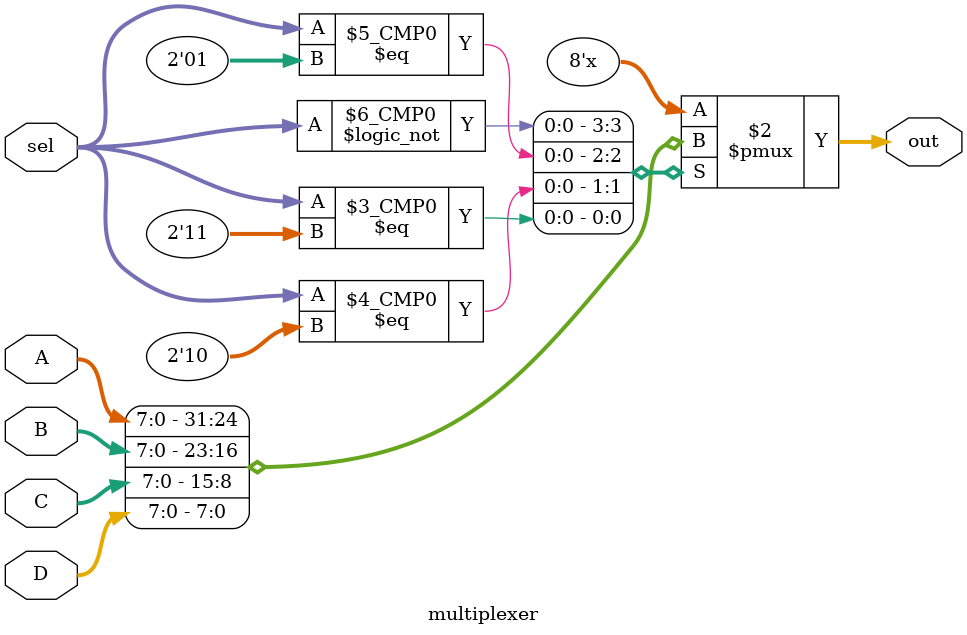
<source format=v>
module multiplexer(
    input [7:0] A, B, C, D,
    input [1:0] sel,
    output reg [7:0] out
);
    always @(*) begin
        case (sel)
            2'b00: out = A;
            2'b01: out = B;
            2'b10: out = C;
            2'b11: out = D;
            default: out = 8'b00000000; // fallback in case of invalid sel
        endcase
    end
endmodule

</source>
